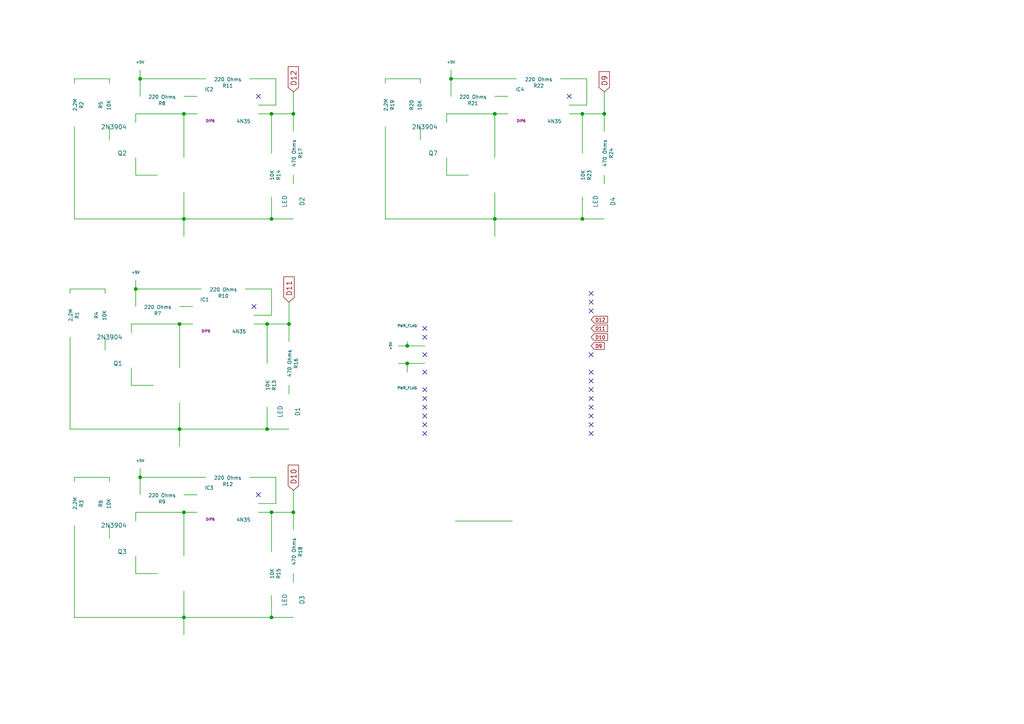
<source format=kicad_sch>
(kicad_sch (version 20230121) (generator eeschema)
  (paper "A4")
  (title_block (title "Fruit-In Shield") (date "25 August 2014") (rev "1.0") (company "Quentin McDonald"))
  (lib_symbols)
  (junction (at 168.91 33.02))
  (junction (at 130.81 22.86))
  (junction (at 78.74 179.07))
  (junction (at 85.09 148.59))
  (junction (at 85.09 33.02))
  (junction (at 53.34 148.59))
  (junction (at 52.07 93.98))
  (junction (at 175.26 33.02))
  (junction (at 77.47 93.98))
  (junction (at 118.11 100.33))
  (junction (at 83.82 93.98))
  (junction (at 39.37 83.82))
  (junction (at 78.74 148.59))
  (junction (at 118.11 105.41))
  (junction (at 53.34 33.02))
  (junction (at 52.07 124.46))
  (junction (at 143.51 33.02))
  (junction (at 53.34 179.07))
  (junction (at 143.51 63.5))
  (junction (at 77.47 124.46))
  (junction (at 78.74 63.5))
  (junction (at 53.34 63.5))
  (junction (at 168.91 63.5))
  (junction (at 78.74 33.02))
  (junction (at 40.64 22.86))
  (junction (at 40.64 138.43))
  (no_connect (at 74.93 27.94))
  (no_connect (at 171.45 123.19))
  (no_connect (at 165.1 27.94))
  (no_connect (at 171.45 110.49))
  (no_connect (at 171.45 120.65))
  (no_connect (at 123.19 97.79))
  (no_connect (at 73.66 88.9))
  (no_connect (at 171.45 87.63))
  (no_connect (at 123.19 107.95))
  (no_connect (at 171.45 85.09))
  (no_connect (at 171.45 125.73))
  (no_connect (at 123.19 102.87))
  (no_connect (at 171.45 115.57))
  (no_connect (at 171.45 102.87))
  (no_connect (at 123.19 113.03))
  (no_connect (at 123.19 125.73))
  (no_connect (at 74.93 143.51))
  (no_connect (at 123.19 118.11))
  (no_connect (at 171.45 107.95))
  (no_connect (at 123.19 115.57))
  (no_connect (at 171.45 113.03))
  (no_connect (at 171.45 90.17))
  (no_connect (at 123.19 123.19))
  (no_connect (at 171.45 118.11))
  (no_connect (at 123.19 120.65))
  (no_connect (at 123.19 95.25))
  (wire (pts (xy 168.91 33.02) (xy 168.91 44.45)))
  (wire (pts (xy 162.56 22.86) (xy 170.18 22.86)))
  (wire (pts (xy 31.75 138.43) (xy 31.75 139.7)))
  (wire (pts (xy 38.1 96.52) (xy 38.1 93.98)))
  (wire (pts (xy 21.59 138.43) (xy 21.59 139.7)))
  (wire (pts (xy 39.37 50.8) (xy 45.72 50.8)))
  (wire (pts (xy 129.54 45.72) (xy 129.54 50.8)))
  (wire (pts (xy 85.09 148.59) (xy 85.09 153.67)))
  (wire (pts (xy 78.74 83.82) (xy 78.74 91.44)))
  (wire (pts (xy 175.26 50.8) (xy 175.26 53.34)))
  (wire (pts (xy 85.09 142.24) (xy 85.09 148.59)))
  (wire (pts (xy 77.47 93.98) (xy 77.47 105.41)))
  (wire (pts (xy 78.74 33.02) (xy 85.09 33.02)))
  (wire (pts (xy 40.64 22.86) (xy 40.64 27.94)))
  (wire (pts (xy 85.09 26.67) (xy 85.09 33.02)))
  (wire (pts (xy 168.91 33.02) (xy 175.26 33.02)))
  (wire (pts (xy 129.54 33.02) (xy 143.51 33.02)))
  (wire (pts (xy 20.32 83.82) (xy 30.48 83.82)))
  (wire (pts (xy 111.76 22.86) (xy 121.92 22.86)))
  (wire (pts (xy 21.59 22.86) (xy 31.75 22.86)))
  (wire (pts (xy 148.59 151.13) (xy 132.08 151.13)))
  (wire (pts (xy 143.51 63.5) (xy 168.91 63.5)))
  (wire (pts (xy 72.39 138.43) (xy 80.01 138.43)))
  (wire (pts (xy 77.47 124.46) (xy 83.82 124.46)))
  (wire (pts (xy 52.07 88.9) (xy 55.88 88.9)))
  (wire (pts (xy 39.37 148.59) (xy 53.34 148.59)))
  (wire (pts (xy 111.76 36.83) (xy 111.76 63.5)))
  (wire (pts (xy 39.37 161.29) (xy 39.37 166.37)))
  (wire (pts (xy 53.34 63.5) (xy 53.34 68.58)))
  (wire (pts (xy 83.82 93.98) (xy 83.82 99.06)))
  (wire (pts (xy 118.11 105.41) (xy 115.57 105.41)))
  (wire (pts (xy 143.51 55.88) (xy 143.51 63.5)))
  (wire (pts (xy 175.26 26.67) (xy 175.26 33.02)))
  (wire (pts (xy 149.86 22.86) (xy 130.81 22.86)))
  (wire (pts (xy 39.37 81.28) (xy 39.37 83.82)))
  (wire (pts (xy 78.74 91.44) (xy 73.66 91.44)))
  (wire (pts (xy 175.26 33.02) (xy 175.26 38.1)))
  (wire (pts (xy 111.76 63.5) (xy 143.51 63.5)))
  (wire (pts (xy 80.01 146.05) (xy 74.93 146.05)))
  (wire (pts (xy 21.59 63.5) (xy 53.34 63.5)))
  (wire (pts (xy 38.1 93.98) (xy 52.07 93.98)))
  (wire (pts (xy 74.93 33.02) (xy 78.74 33.02)))
  (wire (pts (xy 21.59 22.86) (xy 21.59 24.13)))
  (wire (pts (xy 85.09 166.37) (xy 85.09 168.91)))
  (wire (pts (xy 118.11 100.33) (xy 115.57 100.33)))
  (wire (pts (xy 59.69 138.43) (xy 40.64 138.43)))
  (wire (pts (xy 52.07 93.98) (xy 52.07 106.68)))
  (wire (pts (xy 80.01 22.86) (xy 80.01 30.48)))
  (wire (pts (xy 40.64 20.32) (xy 40.64 22.86)))
  (wire (pts (xy 170.18 22.86) (xy 170.18 30.48)))
  (wire (pts (xy 143.51 33.02) (xy 147.32 33.02)))
  (wire (pts (xy 72.39 22.86) (xy 80.01 22.86)))
  (wire (pts (xy 121.92 22.86) (xy 121.92 24.13)))
  (wire (pts (xy 20.32 97.79) (xy 20.32 124.46)))
  (wire (pts (xy 170.18 30.48) (xy 165.1 30.48)))
  (wire (pts (xy 130.81 22.86) (xy 130.81 27.94)))
  (wire (pts (xy 40.64 138.43) (xy 40.64 143.51)))
  (wire (pts (xy 21.59 152.4) (xy 21.59 179.07)))
  (wire (pts (xy 80.01 30.48) (xy 74.93 30.48)))
  (wire (pts (xy 78.74 179.07) (xy 85.09 179.07)))
  (wire (pts (xy 52.07 93.98) (xy 55.88 93.98)))
  (wire (pts (xy 130.81 20.32) (xy 130.81 22.86)))
  (wire (pts (xy 123.19 105.41) (xy 118.11 105.41)))
  (wire (pts (xy 168.91 63.5) (xy 168.91 57.15)))
  (wire (pts (xy 39.37 45.72) (xy 39.37 50.8)))
  (wire (pts (xy 53.34 63.5) (xy 78.74 63.5)))
  (wire (pts (xy 83.82 111.76) (xy 83.82 114.3)))
  (wire (pts (xy 59.69 22.86) (xy 40.64 22.86)))
  (wire (pts (xy 77.47 124.46) (xy 77.47 118.11)))
  (wire (pts (xy 31.75 152.4) (xy 31.75 156.21)))
  (wire (pts (xy 53.34 33.02) (xy 53.34 45.72)))
  (wire (pts (xy 78.74 63.5) (xy 85.09 63.5)))
  (wire (pts (xy 80.01 138.43) (xy 80.01 146.05)))
  (wire (pts (xy 165.1 33.02) (xy 168.91 33.02)))
  (wire (pts (xy 39.37 151.13) (xy 39.37 148.59)))
  (wire (pts (xy 168.91 63.5) (xy 175.26 63.5)))
  (wire (pts (xy 123.19 100.33) (xy 118.11 100.33)))
  (wire (pts (xy 53.34 179.07) (xy 53.34 184.15)))
  (wire (pts (xy 118.11 105.41) (xy 118.11 107.95)))
  (wire (pts (xy 143.51 33.02) (xy 143.51 45.72)))
  (wire (pts (xy 53.34 27.94) (xy 57.15 27.94)))
  (wire (pts (xy 30.48 97.79) (xy 30.48 101.6)))
  (wire (pts (xy 30.48 83.82) (xy 30.48 85.09)))
  (wire (pts (xy 143.51 63.5) (xy 143.51 68.58)))
  (wire (pts (xy 78.74 179.07) (xy 78.74 172.72)))
  (wire (pts (xy 78.74 148.59) (xy 85.09 148.59)))
  (wire (pts (xy 71.12 83.82) (xy 78.74 83.82)))
  (wire (pts (xy 53.34 55.88) (xy 53.34 63.5)))
  (wire (pts (xy 21.59 138.43) (xy 31.75 138.43)))
  (wire (pts (xy 111.76 22.86) (xy 111.76 24.13)))
  (wire (pts (xy 129.54 50.8) (xy 135.89 50.8)))
  (wire (pts (xy 77.47 93.98) (xy 83.82 93.98)))
  (wire (pts (xy 40.64 135.89) (xy 40.64 138.43)))
  (wire (pts (xy 53.34 143.51) (xy 57.15 143.51)))
  (wire (pts (xy 121.92 36.83) (xy 121.92 40.64)))
  (wire (pts (xy 85.09 50.8) (xy 85.09 53.34)))
  (wire (pts (xy 53.34 33.02) (xy 57.15 33.02)))
  (wire (pts (xy 31.75 36.83) (xy 31.75 40.64)))
  (wire (pts (xy 52.07 116.84) (xy 52.07 124.46)))
  (wire (pts (xy 78.74 148.59) (xy 78.74 160.02)))
  (wire (pts (xy 39.37 166.37) (xy 45.72 166.37)))
  (wire (pts (xy 53.34 148.59) (xy 57.15 148.59)))
  (wire (pts (xy 39.37 33.02) (xy 53.34 33.02)))
  (wire (pts (xy 21.59 179.07) (xy 53.34 179.07)))
  (wire (pts (xy 74.93 148.59) (xy 78.74 148.59)))
  (wire (pts (xy 31.75 22.86) (xy 31.75 24.13)))
  (wire (pts (xy 39.37 35.56) (xy 39.37 33.02)))
  (wire (pts (xy 38.1 106.68) (xy 38.1 111.76)))
  (wire (pts (xy 73.66 93.98) (xy 77.47 93.98)))
  (wire (pts (xy 143.51 27.94) (xy 147.32 27.94)))
  (wire (pts (xy 58.42 83.82) (xy 39.37 83.82)))
  (wire (pts (xy 38.1 111.76) (xy 44.45 111.76)))
  (wire (pts (xy 21.59 36.83) (xy 21.59 63.5)))
  (wire (pts (xy 53.34 179.07) (xy 78.74 179.07)))
  (wire (pts (xy 118.11 100.33) (xy 118.11 99.06)))
  (wire (pts (xy 83.82 87.63) (xy 83.82 93.98)))
  (wire (pts (xy 53.34 148.59) (xy 53.34 161.29)))
  (wire (pts (xy 52.07 124.46) (xy 77.47 124.46)))
  (wire (pts (xy 52.07 124.46) (xy 52.07 129.54)))
  (wire (pts (xy 53.34 171.45) (xy 53.34 179.07)))
  (wire (pts (xy 20.32 83.82) (xy 20.32 85.09)))
  (wire (pts (xy 78.74 63.5) (xy 78.74 57.15)))
  (wire (pts (xy 85.09 33.02) (xy 85.09 38.1)))
  (wire (pts (xy 20.32 124.46) (xy 52.07 124.46)))
  (wire (pts (xy 39.37 83.82) (xy 39.37 88.9)))
  (wire (pts (xy 78.74 33.02) (xy 78.74 44.45)))
  (wire (pts (xy 129.54 35.56) (xy 129.54 33.02)))
  (global_label "D9" (shape input) (at 171.45 100.33 0) (effects (font (size 0.9906 0.9906))) (property "Intersheetrefs" "${INTERSHEET_REFS}" (effects hide)))
  (global_label "D10" (shape input) (at 171.45 97.79 0) (effects (font (size 0.9906 0.9906))) (property "Intersheetrefs" "${INTERSHEET_REFS}" (effects hide)))
  (global_label "D9" (shape input) (at 175.26 26.67 90) (effects (font (size 1.524 1.524))) (property "Intersheetrefs" "${INTERSHEET_REFS}" (effects hide)))
  (global_label "D12" (shape input) (at 85.09 26.67 90) (effects (font (size 1.524 1.524))) (property "Intersheetrefs" "${INTERSHEET_REFS}" (effects hide)))
  (global_label "D12" (shape input) (at 171.45 92.71 0) (effects (font (size 0.9906 0.9906))) (property "Intersheetrefs" "${INTERSHEET_REFS}" (effects hide)))
  (global_label "D10" (shape input) (at 85.09 142.24 90) (effects (font (size 1.524 1.524))) (property "Intersheetrefs" "${INTERSHEET_REFS}" (effects hide)))
  (global_label "D11" (shape input) (at 83.82 87.63 90) (effects (font (size 1.524 1.524))) (property "Intersheetrefs" "${INTERSHEET_REFS}" (effects hide)))
  (global_label "D11" (shape input) (at 171.45 95.25 0) (effects (font (size 0.9906 0.9906))) (property "Intersheetrefs" "${INTERSHEET_REFS}" (effects hide)))
  (symbol (lib_id "ARDUINO_SHIELD") (at 147.32 105.41 0) (unit 1)
    (property "Reference" "SHIELD1" (at 138.43 81.28 0) (effects (font (size 1.524 1.524))))
    (property "Value" "ARDUINO_SHIELD" (at 148.59 129.54 0) (effects (font (size 1.524 1.524))))
  )
  (symbol (lib_id "PWR_FLAG") (at 118.11 99.06 0) (unit 1)
    (property "Reference" "#FLG01" (effects hide))
    (property "Value" "PWR_FLAG" (at 118.11 94.488 0) (effects (font (size 0.762 0.762))))
  )
  (symbol (lib_id "PWR_FLAG") (at 118.11 107.95 180) (unit 1)
    (property "Reference" "#FLG02" (effects hide))
    (property "Value" "PWR_FLAG" (at 118.11 112.522 0) (effects (font (size 0.762 0.762))))
  )
  (symbol (lib_id "+5V") (at 115.57 100.33 90) (unit 1)
    (property "Reference" "#PWR03" (effects hide))
    (property "Value" "+5V" (at 113.284 100.33 0) (effects (font (size 0.762 0.762))))
  )
  (symbol (lib_id "GND") (at 115.57 105.41 270) (unit 1)
    (property "Reference" "#PWR04" (effects hide))
    (property "Value" "GND" (effects hide))
  )
  (symbol (lib_id "CONN_1") (at 26.67 19.05 90) (unit 1)
    (property "Reference" "P2" (at 26.67 17.018 0) (effects (font (size 1.016 1.016)) (justify left)))
    (property "Value" "CONN_1" (effects hide))
  )
  (symbol (lib_id "R") (at 21.59 30.48 0) (unit 1)
    (property "Reference" "R2" (at 23.622 30.48 90) (effects (font (size 1.016 1.016))))
    (property "Value" "2.2M" (at 21.7678 30.4546 90) (effects (font (size 1.016 1.016))))
  )
  (symbol (lib_id "R") (at 31.75 30.48 180) (unit 1)
    (property "Reference" "R5" (at 29.21 30.48 90) (effects (font (size 1.016 1.016))))
    (property "Value" "10K" (at 31.5722 30.5054 90) (effects (font (size 1.016 1.016))))
  )
  (symbol (lib_id "NPN") (at 36.83 40.64 0) (unit 1)
    (property "Reference" "Q2" (at 36.83 44.45 0) (effects (justify right)))
    (property "Value" "2N3904" (at 36.83 36.83 0) (effects (justify right)))
  )
  (symbol (lib_id "NPN") (at 50.8 50.8 0) (unit 1)
    (property "Reference" "Q5" (at 50.8 54.61 0) (effects (justify right)))
    (property "Value" "2N3904" (at 50.8 46.99 0) (effects (justify right)))
  )
  (symbol (lib_id "4N25") (at 66.04 30.48 0) (unit 1)
    (property "Reference" "IC2" (at 60.6044 25.9334 0) (effects (font (size 1.016 1.016))))
    (property "Value" "4N35" (at 70.612 35.179 0) (effects (font (size 1.016 1.016))))
    (property "Footprint" "DIP6" (at 60.9854 35.052 0) (effects (font (size 0.7366 0.7366))))
  )
  (symbol (lib_id "R") (at 46.99 27.94 270) (unit 1)
    (property "Reference" "R8" (at 46.99 29.972 90) (effects (font (size 1.016 1.016))))
    (property "Value" "220 Ohms" (at 47.0154 28.1178 90) (effects (font (size 1.016 1.016))))
  )
  (symbol (lib_id "+5V") (at 40.64 20.32 0) (unit 1)
    (property "Reference" "#PWR05" (effects hide))
    (property "Value" "+5V" (at 40.64 18.034 0) (effects (font (size 0.762 0.762))))
  )
  (symbol (lib_id "R") (at 66.04 22.86 270) (unit 1)
    (property "Reference" "R11" (at 66.04 24.892 90) (effects (font (size 1.016 1.016))))
    (property "Value" "220 Ohms" (at 66.0654 23.0378 90) (effects (font (size 1.016 1.016))))
  )
  (symbol (lib_id "R") (at 78.74 50.8 0) (unit 1)
    (property "Reference" "R14" (at 80.772 50.8 90) (effects (font (size 1.016 1.016))))
    (property "Value" "10K" (at 78.9178 50.7746 90) (effects (font (size 1.016 1.016))))
  )
  (symbol (lib_id "GND") (at 53.34 68.58 0) (unit 1)
    (property "Reference" "#PWR06" (effects hide))
    (property "Value" "GND" (effects hide))
  )
  (symbol (lib_id "R") (at 85.09 44.45 0) (unit 1)
    (property "Reference" "R17" (at 87.122 44.45 90) (effects (font (size 1.016 1.016))))
    (property "Value" "470 Ohms" (at 85.2678 44.4246 90) (effects (font (size 1.016 1.016))))
  )
  (symbol (lib_id "LED") (at 85.09 58.42 270) (unit 1)
    (property "Reference" "D2" (at 87.63 58.42 0))
    (property "Value" "LED" (at 82.55 58.42 0))
  )
  (symbol (lib_id "CONN_1") (at 25.4 80.01 90) (unit 1)
    (property "Reference" "P1" (at 25.4 77.978 0) (effects (font (size 1.016 1.016)) (justify left)))
    (property "Value" "CONN_1" (effects hide))
  )
  (symbol (lib_id "R") (at 20.32 91.44 0) (unit 1)
    (property "Reference" "R1" (at 22.352 91.44 90) (effects (font (size 1.016 1.016))))
    (property "Value" "2.2M" (at 20.4978 91.4146 90) (effects (font (size 1.016 1.016))))
  )
  (symbol (lib_id "R") (at 30.48 91.44 180) (unit 1)
    (property "Reference" "R4" (at 27.94 91.44 90) (effects (font (size 1.016 1.016))))
    (property "Value" "10K" (at 30.3022 91.4654 90) (effects (font (size 1.016 1.016))))
  )
  (symbol (lib_id "NPN") (at 35.56 101.6 0) (unit 1)
    (property "Reference" "Q1" (at 35.56 105.41 0) (effects (justify right)))
    (property "Value" "2N3904" (at 35.56 97.79 0) (effects (justify right)))
  )
  (symbol (lib_id "NPN") (at 49.53 111.76 0) (unit 1)
    (property "Reference" "Q4" (at 49.53 115.57 0) (effects (justify right)))
    (property "Value" "2N3904" (at 49.53 107.95 0) (effects (justify right)))
  )
  (symbol (lib_id "4N25") (at 64.77 91.44 0) (unit 1)
    (property "Reference" "IC1" (at 59.3344 86.8934 0) (effects (font (size 1.016 1.016))))
    (property "Value" "4N35" (at 69.342 96.139 0) (effects (font (size 1.016 1.016))))
    (property "Footprint" "DIP6" (at 59.7154 96.012 0) (effects (font (size 0.7366 0.7366))))
  )
  (symbol (lib_id "R") (at 45.72 88.9 270) (unit 1)
    (property "Reference" "R7" (at 45.72 90.932 90) (effects (font (size 1.016 1.016))))
    (property "Value" "220 Ohms" (at 45.7454 89.0778 90) (effects (font (size 1.016 1.016))))
  )
  (symbol (lib_id "+5V") (at 39.37 81.28 0) (unit 1)
    (property "Reference" "#PWR07" (effects hide))
    (property "Value" "+5V" (at 39.37 78.994 0) (effects (font (size 0.762 0.762))))
  )
  (symbol (lib_id "R") (at 64.77 83.82 270) (unit 1)
    (property "Reference" "R10" (at 64.77 85.852 90) (effects (font (size 1.016 1.016))))
    (property "Value" "220 Ohms" (at 64.7954 83.9978 90) (effects (font (size 1.016 1.016))))
  )
  (symbol (lib_id "R") (at 77.47 111.76 0) (unit 1)
    (property "Reference" "R13" (at 79.502 111.76 90) (effects (font (size 1.016 1.016))))
    (property "Value" "10K" (at 77.6478 111.7346 90) (effects (font (size 1.016 1.016))))
  )
  (symbol (lib_id "GND") (at 52.07 129.54 0) (unit 1)
    (property "Reference" "#PWR08" (effects hide))
    (property "Value" "GND" (effects hide))
  )
  (symbol (lib_id "R") (at 83.82 105.41 0) (unit 1)
    (property "Reference" "R16" (at 85.852 105.41 90) (effects (font (size 1.016 1.016))))
    (property "Value" "470 Ohms" (at 83.9978 105.3846 90) (effects (font (size 1.016 1.016))))
  )
  (symbol (lib_id "LED") (at 83.82 119.38 270) (unit 1)
    (property "Reference" "D1" (at 86.36 119.38 0))
    (property "Value" "LED" (at 81.28 119.38 0))
  )
  (symbol (lib_id "CONN_1") (at 26.67 134.62 90) (unit 1)
    (property "Reference" "P3" (at 26.67 132.588 0) (effects (font (size 1.016 1.016)) (justify left)))
    (property "Value" "CONN_1" (effects hide))
  )
  (symbol (lib_id "R") (at 21.59 146.05 0) (unit 1)
    (property "Reference" "R3" (at 23.622 146.05 90) (effects (font (size 1.016 1.016))))
    (property "Value" "2.2M" (at 21.7678 146.0246 90) (effects (font (size 1.016 1.016))))
  )
  (symbol (lib_id "R") (at 31.75 146.05 180) (unit 1)
    (property "Reference" "R6" (at 29.21 146.05 90) (effects (font (size 1.016 1.016))))
    (property "Value" "10K" (at 31.5722 146.0754 90) (effects (font (size 1.016 1.016))))
  )
  (symbol (lib_id "NPN") (at 36.83 156.21 0) (unit 1)
    (property "Reference" "Q3" (at 36.83 160.02 0) (effects (justify right)))
    (property "Value" "2N3904" (at 36.83 152.4 0) (effects (justify right)))
  )
  (symbol (lib_id "NPN") (at 50.8 166.37 0) (unit 1)
    (property "Reference" "Q6" (at 50.8 170.18 0) (effects (justify right)))
    (property "Value" "2N3904" (at 50.8 162.56 0) (effects (justify right)))
  )
  (symbol (lib_id "4N25") (at 66.04 146.05 0) (unit 1)
    (property "Reference" "IC3" (at 60.6044 141.5034 0) (effects (font (size 1.016 1.016))))
    (property "Value" "4N35" (at 70.612 150.749 0) (effects (font (size 1.016 1.016))))
    (property "Footprint" "DIP6" (at 60.9854 150.622 0) (effects (font (size 0.7366 0.7366))))
  )
  (symbol (lib_id "R") (at 46.99 143.51 270) (unit 1)
    (property "Reference" "R9" (at 46.99 145.542 90) (effects (font (size 1.016 1.016))))
    (property "Value" "220 Ohms" (at 47.0154 143.6878 90) (effects (font (size 1.016 1.016))))
  )
  (symbol (lib_id "+5V") (at 40.64 135.89 0) (unit 1)
    (property "Reference" "#PWR09" (effects hide))
    (property "Value" "+5V" (at 40.64 133.604 0) (effects (font (size 0.762 0.762))))
  )
  (symbol (lib_id "R") (at 66.04 138.43 270) (unit 1)
    (property "Reference" "R12" (at 66.04 140.462 90) (effects (font (size 1.016 1.016))))
    (property "Value" "220 Ohms" (at 66.0654 138.6078 90) (effects (font (size 1.016 1.016))))
  )
  (symbol (lib_id "R") (at 78.74 166.37 0) (unit 1)
    (property "Reference" "R15" (at 80.772 166.37 90) (effects (font (size 1.016 1.016))))
    (property "Value" "10K" (at 78.9178 166.3446 90) (effects (font (size 1.016 1.016))))
  )
  (symbol (lib_id "GND") (at 53.34 184.15 0) (unit 1)
    (property "Reference" "#PWR010" (effects hide))
    (property "Value" "GND" (effects hide))
  )
  (symbol (lib_id "R") (at 85.09 160.02 0) (unit 1)
    (property "Reference" "R18" (at 87.122 160.02 90) (effects (font (size 1.016 1.016))))
    (property "Value" "470 Ohms" (at 85.2678 159.9946 90) (effects (font (size 1.016 1.016))))
  )
  (symbol (lib_id "LED") (at 85.09 173.99 270) (unit 1)
    (property "Reference" "D3" (at 87.63 173.99 0))
    (property "Value" "LED" (at 82.55 173.99 0))
  )
  (symbol (lib_id "CONN_1") (at 116.84 19.05 90) (unit 1)
    (property "Reference" "P4" (at 116.84 17.018 0) (effects (font (size 1.016 1.016)) (justify left)))
    (property "Value" "CONN_1" (effects hide))
  )
  (symbol (lib_id "R") (at 111.76 30.48 0) (unit 1)
    (property "Reference" "R19" (at 113.792 30.48 90) (effects (font (size 1.016 1.016))))
    (property "Value" "2.2M" (at 111.9378 30.4546 90) (effects (font (size 1.016 1.016))))
  )
  (symbol (lib_id "R") (at 121.92 30.48 180) (unit 1)
    (property "Reference" "R20" (at 119.38 30.48 90) (effects (font (size 1.016 1.016))))
    (property "Value" "10K" (at 121.7422 30.5054 90) (effects (font (size 1.016 1.016))))
  )
  (symbol (lib_id "NPN") (at 127 40.64 0) (unit 1)
    (property "Reference" "Q7" (at 127 44.45 0) (effects (justify right)))
    (property "Value" "2N3904" (at 127 36.83 0) (effects (justify right)))
  )
  (symbol (lib_id "NPN") (at 140.97 50.8 0) (unit 1)
    (property "Reference" "Q8" (at 140.97 54.61 0) (effects (justify right)))
    (property "Value" "2N3904" (at 140.97 46.99 0) (effects (justify right)))
  )
  (symbol (lib_id "4N25") (at 156.21 30.48 0) (unit 1)
    (property "Reference" "IC4" (at 150.7744 25.9334 0) (effects (font (size 1.016 1.016))))
    (property "Value" "4N35" (at 160.782 35.179 0) (effects (font (size 1.016 1.016))))
    (property "Footprint" "DIP6" (at 151.1554 35.052 0) (effects (font (size 0.7366 0.7366))))
  )
  (symbol (lib_id "R") (at 137.16 27.94 270) (unit 1)
    (property "Reference" "R21" (at 137.16 29.972 90) (effects (font (size 1.016 1.016))))
    (property "Value" "220 Ohms" (at 137.1854 28.1178 90) (effects (font (size 1.016 1.016))))
  )
  (symbol (lib_id "+5V") (at 130.81 20.32 0) (unit 1)
    (property "Reference" "#PWR011" (effects hide))
    (property "Value" "+5V" (at 130.81 18.034 0) (effects (font (size 0.762 0.762))))
  )
  (symbol (lib_id "R") (at 156.21 22.86 270) (unit 1)
    (property "Reference" "R22" (at 156.21 24.892 90) (effects (font (size 1.016 1.016))))
    (property "Value" "220 Ohms" (at 156.2354 23.0378 90) (effects (font (size 1.016 1.016))))
  )
  (symbol (lib_id "R") (at 168.91 50.8 0) (unit 1)
    (property "Reference" "R23" (at 170.942 50.8 90) (effects (font (size 1.016 1.016))))
    (property "Value" "10K" (at 169.0878 50.7746 90) (effects (font (size 1.016 1.016))))
  )
  (symbol (lib_id "GND") (at 143.51 68.58 0) (unit 1)
    (property "Reference" "#PWR012" (effects hide))
    (property "Value" "GND" (effects hide))
  )
  (symbol (lib_id "R") (at 175.26 44.45 0) (unit 1)
    (property "Reference" "R24" (at 177.292 44.45 90) (effects (font (size 1.016 1.016))))
    (property "Value" "470 Ohms" (at 175.4378 44.4246 90) (effects (font (size 1.016 1.016))))
  )
  (symbol (lib_id "LED") (at 175.26 58.42 270) (unit 1)
    (property "Reference" "D4" (at 177.8 58.42 0))
    (property "Value" "LED" (at 172.72 58.42 0))
  )
  (symbol (lib_id "CONN_1") (at 152.4 151.13 0) (unit 1)
    (property "Reference" "P7" (at 154.432 151.13 0) (effects (font (size 1.016 1.016)) (justify left)))
    (property "Value" "CONN_1" (effects hide))
  )
  (symbol (lib_id "+5V") (at 132.08 151.13 90) (unit 1)
    (property "Reference" "#PWR013" (effects hide))
    (property "Value" "+5V" (at 129.794 151.13 0) (effects (font (size 0.762 0.762))))
  )
)
</source>
